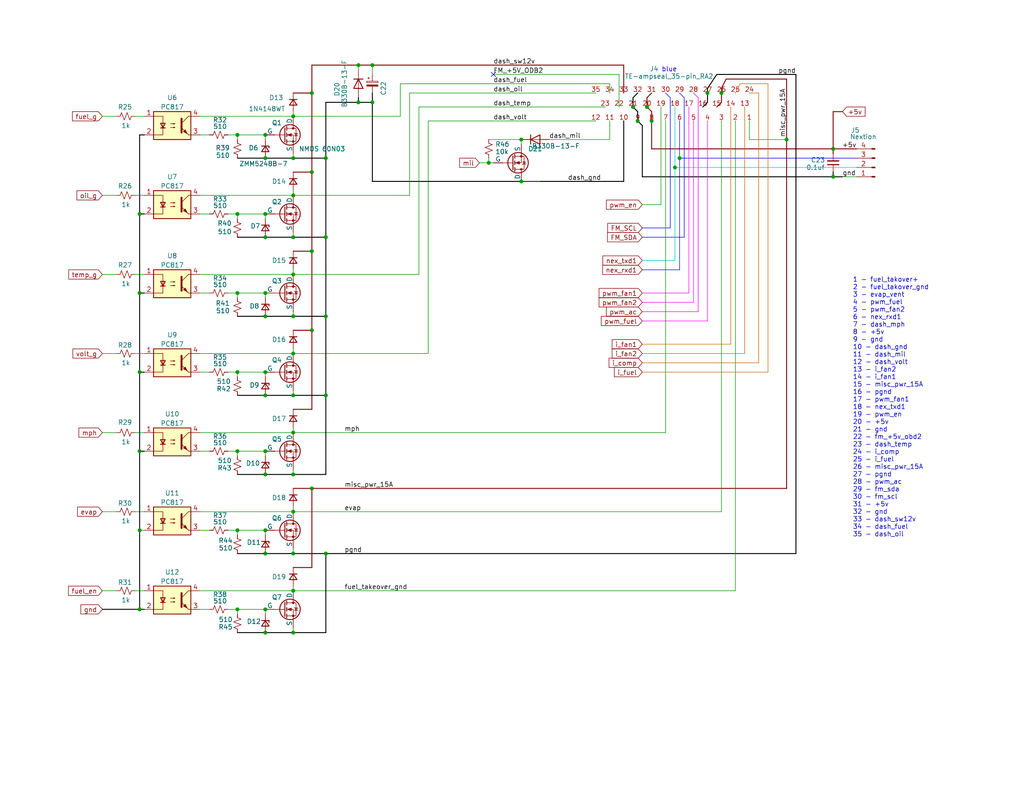
<source format=kicad_sch>
(kicad_sch (version 20231120) (generator "eeschema") (generator_version "8.0")
  (paper "USLetter")
  (title_block (title "DIY_Engine_Monitoring") (date "2024-12-14") (rev "0.6 PCB") (company "Harstine Works") (comment 1 "Adds instruments and HVAC controls to EROD-Tahoe") (comment 2 "Adapt for other use cases"))
  (lib_symbols
    (symbol "Connector:Conn_01x04_Pin" (pin_names (offset 1.016) hide)
      (property "Reference" "J" (at 0 5.08 0))
      (property "Value" "Conn_01x04_Pin" (at 0 -7.62 0))
      (symbol "Conn_01x04_Pin_1_1"
        (pin passive line (at 5.08 2.54 180) (length 3.81) (name "Pin_1") (number "1"))
        (pin passive line (at 5.08 0 180) (length 3.81) (name "Pin_2") (number "2"))
        (pin passive line (at 5.08 -2.54 180) (length 3.81) (name "Pin_3") (number "3"))
        (pin passive line (at 5.08 -5.08 180) (length 3.81) (name "Pin_4") (number "4"))
      )
    )
    (symbol "Device:C_Polarized_Small" (pin_numbers hide) (pin_names (offset 0.254) hide)
      (property "Reference" "C" (at 0.254 1.778 0))
      (property "Value" "C_Polarized_Small" (at 0.254 -2.032 0))
      (symbol "C_Polarized_Small_1_1"
        (pin passive line (at 0 2.54 270) (length 1.8542) (name "~") (number "1"))
        (pin passive line (at 0 -2.54 90) (length 1.8542) (name "~") (number "2"))
      )
    )
    (symbol "Device:C_Small" (pin_numbers hide) (pin_names (offset 0.254) hide)
      (property "Reference" "C" (at 0.254 1.778 0))
      (property "Value" "C_Small" (at 0.254 -2.032 0))
      (symbol "C_Small_1_1"
        (pin passive line (at 0 2.54 270) (length 2.032) (name "~") (number "1"))
        (pin passive line (at 0 -2.54 90) (length 2.032) (name "~") (number "2"))
      )
    )
    (symbol "Device:D" (pin_numbers hide) (pin_names (offset 1.016) hide)
      (property "Reference" "D" (at 0 2.54 0))
      (property "Value" "D" (at 0 -2.54 0))
      (symbol "D_1_1"
        (pin passive line (at -3.81 0 0) (length 2.54) (name "K") (number "1"))
        (pin passive line (at 3.81 0 180) (length 2.54) (name "A") (number "2"))
      )
    )
    (symbol "Device:D_Small" (pin_numbers hide) (pin_names (offset 0.254) hide)
      (property "Reference" "D" (at -1.27 2.032 0))
      (property "Value" "D_Small" (at -3.81 -2.032 0))
      (symbol "D_Small_1_1"
        (pin passive line (at -2.54 0 0) (length 1.778) (name "K") (number "1"))
        (pin passive line (at 2.54 0 180) (length 1.778) (name "A") (number "2"))
      )
    )
    (symbol "Device:D_Zener_Small" (pin_numbers hide) (pin_names (offset 0.254) hide)
      (property "Reference" "D" (at 0 2.286 0))
      (property "Value" "D_Zener_Small" (at 0 -2.286 0))
      (symbol "D_Zener_Small_1_1"
        (pin passive line (at -2.54 0 0) (length 1.778) (name "K") (number "1"))
        (pin passive line (at 2.54 0 180) (length 1.778) (name "A") (number "2"))
      )
    )
    (symbol "Device:R_Small_US" (pin_numbers hide) (pin_names (offset 0.254) hide)
      (property "Reference" "R" (at 0.762 0.508 0))
      (property "Value" "R_Small_US" (at 0.762 -1.016 0))
      (symbol "R_Small_US_1_1"
        (pin passive line (at 0 2.54 270) (length 1.016) (name "~") (number "1"))
        (pin passive line (at 0 -2.54 90) (length 1.016) (name "~") (number "2"))
      )
    )
    (symbol "Isolator:PC817" (pin_names (offset 1.016))
      (property "Reference" "U" (at -5.08 5.08 0))
      (property "Value" "PC817" (at 0 5.08 0))
      (symbol "PC817_1_1"
        (pin passive line (at -7.62 2.54 0) (length 2.54) (name "~") (number "1"))
        (pin passive line (at -7.62 -2.54 0) (length 2.54) (name "~") (number "2"))
        (pin passive line (at 7.62 -2.54 180) (length 2.54) (name "~") (number "3"))
        (pin passive line (at 7.62 2.54 180) (length 2.54) (name "~") (number "4"))
      )
    )
    (symbol "Simulation_SPICE:NMOS" (pin_numbers hide) (pin_names (offset 0))
      (property "Reference" "Q" (at 5.08 1.27 0))
      (property "Value" "NMOS" (at 5.08 -1.27 0))
      (symbol "NMOS_1_1"
        (pin passive line (at 2.54 5.08 270) (length 2.54) (name "D") (number "1"))
        (pin input line (at -5.08 0 0) (length 2.54) (name "G") (number "2"))
        (pin passive line (at 2.54 -5.08 90) (length 2.54) (name "S") (number "3"))
      )
    )
    (symbol "~2023:TE-ampseal_35-pin_RA"
      (property "Reference" "TE-ampseal_35-pin_RA" (at -0.254 5.588 0))
      (symbol "TE-ampseal_35-pin_RA_1_1"
        (pin passive line (at 0 0 0) (length 0) (name "") (number "1"))
        (pin passive line (at 34.29 0 0) (length 0) (name "") (number "10"))
        (pin passive line (at 38.1 0 0) (length 0) (name "") (number "11"))
        (pin passive line (at 41.91 0 0) (length 0) (name "") (number "12"))
        (pin passive line (at 1.27 -3.81 0) (length 0) (name "") (number "13"))
        (pin passive line (at 5.08 -3.81 0) (length 0) (name "") (number "14"))
        (pin passive line (at 8.89 -3.81 0) (length 0) (name "") (number "15"))
        (pin passive line (at 12.7 -3.81 0) (length 0) (name "") (number "16"))
        (pin passive line (at 16.51 -3.81 0) (length 0) (name "") (number "17"))
        (pin passive line (at 20.32 -3.81 0) (length 0) (name "") (number "18"))
        (pin passive line (at 24.13 -3.81 0) (length 0) (name "") (number "19"))
        (pin passive line (at 3.81 0 0) (length 0) (name "") (number "2"))
        (pin passive line (at 27.94 -3.81 0) (length 0) (name "") (number "20"))
        (pin passive line (at 31.75 -3.81 0) (length 0) (name "") (number "21"))
        (pin passive line (at 35.56 -3.81 0) (length 0) (name "") (number "22"))
        (pin passive line (at 39.37 -3.81 0) (length 0) (name "") (number "23"))
        (pin passive line (at 0 -7.62 0) (length 0) (name "") (number "24"))
        (pin passive line (at 3.81 -7.62 0) (length 0) (name "") (number "25"))
        (pin passive line (at 7.62 -7.62 0) (length 0) (name "") (number "26"))
        (pin passive line (at 11.43 -7.62 0) (length 0) (name "") (number "27"))
        (pin passive line (at 15.24 -7.62 0) (length 0) (name "") (number "28"))
        (pin passive line (at 19.05 -7.62 0) (length 0) (name "") (number "29"))
        (pin passive line (at 7.62 0 0) (length 0) (name "") (number "3"))
        (pin passive line (at 22.86 -7.62 0) (length 0) (name "") (number "30"))
        (pin passive line (at 26.67 -7.62 0) (length 0) (name "") (number "31"))
        (pin passive line (at 30.48 -7.62 0) (length 0) (name "") (number "32"))
        (pin passive line (at 34.29 -7.62 0) (length 0) (name "") (number "33"))
        (pin passive line (at 38.1 -7.62 0) (length 0) (name "") (number "34"))
        (pin passive line (at 41.91 -7.62 0) (length 0) (name "") (number "35"))
        (pin passive line (at 11.43 0 0) (length 0) (name "") (number "4"))
        (pin passive line (at 15.24 0 0) (length 0) (name "") (number "5"))
        (pin passive line (at 19.05 0 0) (length 0) (name "") (number "6"))
        (pin passive line (at 22.86 0 0) (length 0) (name "") (number "7"))
        (pin passive line (at 26.67 0 0) (length 0) (name "") (number "8"))
        (pin passive line (at 30.48 0 0) (length 0) (name "") (number "9"))
      )
    )
  )
  (junction (at 72.39 101.6))
  (junction (at 72.39 151.13))
  (junction (at 97.79 17.78))
  (junction (at 85.09 90.17))
  (junction (at 172.72 29.21))
  (junction (at 80.01 74.93))
  (junction (at 72.39 80.01))
  (junction (at 72.39 144.78))
  (junction (at 38.1 166.37))
  (junction (at 64.77 80.01))
  (junction (at 72.39 43.18))
  (junction (at 72.39 129.54))
  (junction (at 72.39 123.19))
  (junction (at 38.1 58.42))
  (junction (at 38.1 144.78))
  (junction (at 185.42 43.18))
  (junction (at 64.77 123.19))
  (junction (at 64.77 101.6))
  (junction (at 227.33 40.64))
  (junction (at 72.39 86.36))
  (junction (at 85.09 68.58))
  (junction (at 38.1 80.01))
  (junction (at 176.53 29.21))
  (junction (at 101.6 17.78))
  (junction (at 177.8 33.02))
  (junction (at 88.9 86.36))
  (junction (at 214.63 38.1))
  (junction (at 133.35 44.45))
  (junction (at 64.77 58.42))
  (junction (at 38.1 123.19))
  (junction (at 80.01 172.72))
  (junction (at 184.15 45.72))
  (junction (at 38.1 101.6))
  (junction (at 80.01 139.7))
  (junction (at 101.6 27.94))
  (junction (at 80.01 86.36))
  (junction (at 72.39 172.72))
  (junction (at 142.24 49.53))
  (junction (at 64.77 166.37))
  (junction (at 80.01 107.95))
  (junction (at 72.39 36.83))
  (junction (at 80.01 64.77))
  (junction (at 97.79 27.94))
  (junction (at 80.01 31.75))
  (junction (at 80.01 151.13))
  (junction (at 227.33 48.26))
  (junction (at 80.01 53.34))
  (junction (at 142.24 38.1))
  (junction (at 88.9 107.95))
  (junction (at 85.09 25.4))
  (junction (at 85.09 46.99))
  (junction (at 72.39 64.77))
  (junction (at 88.9 64.77))
  (junction (at 85.09 133.35))
  (junction (at 72.39 58.42))
  (junction (at 196.85 25.4))
  (junction (at 64.77 144.78))
  (junction (at 80.01 129.54))
  (junction (at 80.01 96.52))
  (junction (at 88.9 43.18))
  (junction (at 88.9 151.13))
  (junction (at 72.39 166.37))
  (junction (at 80.01 43.18))
  (junction (at 173.99 33.02))
  (junction (at 64.77 36.83))
  (junction (at 72.39 107.95))
  (junction (at 80.01 161.29))
  (junction (at 193.04 25.4))
  (junction (at 80.01 118.11))
  (no_connect (at 134.62 20.32))
  (wire (pts (xy 196.85 24.13) (xy 196.85 25.4)) (stroke (width 0.254) (color 132 0 0 1)))
  (wire (pts (xy 175.26 85.09) (xy 190.5 85.09)) (stroke (width 0) (color 255 0 255 1)))
  (wire (pts (xy 80.01 25.4) (xy 85.09 25.4)) (stroke (width 0.254) (color 132 0 0 1)))
  (wire (pts (xy 54.61 74.93) (xy 80.01 74.93)))
  (wire (pts (xy 64.77 172.72) (xy 72.39 172.72)) (stroke (width 0.254) (color 0 0 0 1)))
  (wire (pts (xy 88.9 151.13) (xy 88.9 172.72)) (stroke (width 0.254) (color 0 0 0 1)))
  (wire (pts (xy 175.26 64.77) (xy 186.69 64.77)) (stroke (width 0) (color 0 0 255 1)))
  (wire (pts (xy 80.01 86.36) (xy 80.01 85.09)))
  (wire (pts (xy 217.17 20.32) (xy 217.17 151.13)) (stroke (width 0.254) (color 0 0 0 1)))
  (wire (pts (xy 80.01 68.58) (xy 85.09 68.58)) (stroke (width 0.254) (color 132 0 0 1)))
  (wire (pts (xy 185.42 43.18) (xy 185.42 73.66)) (stroke (width 0) (color 0 0 255 1)))
  (wire (pts (xy 62.23 123.19) (xy 64.77 123.19)))
  (wire (pts (xy 64.77 166.37) (xy 72.39 166.37)))
  (wire (pts (xy 116.84 33.02) (xy 116.84 96.52)))
  (wire (pts (xy 170.18 33.02) (xy 170.18 49.53)) (stroke (width 0.254) (color 0 0 0 1)))
  (wire (pts (xy 64.77 129.54) (xy 72.39 129.54)) (stroke (width 0.254) (color 0 0 0 1)))
  (wire (pts (xy 62.23 58.42) (xy 64.77 58.42)))
  (wire (pts (xy 190.5 26.67) (xy 189.23 25.4)) (stroke (width 0) (color 255 0 255 1)))
  (wire (pts (xy 88.9 27.94) (xy 97.79 27.94)) (stroke (width 0.254) (color 0 0 0 1)))
  (wire (pts (xy 196.85 25.4) (xy 196.85 27.94)) (stroke (width 0.254) (color 132 0 0 1)))
  (wire (pts (xy 80.01 138.43) (xy 80.01 139.7)))
  (wire (pts (xy 227.33 30.48) (xy 227.33 40.64)) (stroke (width 0.254) (color 132 0 0 1)))
  (wire (pts (xy 193.04 27.94) (xy 191.77 29.21)) (stroke (width 0.254) (color 0 0 0 1)))
  (wire (pts (xy 203.2 29.21) (xy 203.2 96.52)) (stroke (width 0) (color 204 102 0 1)))
  (wire (pts (xy 116.84 33.02) (xy 162.56 33.02)))
  (wire (pts (xy 101.6 20.32) (xy 101.6 17.78)))
  (wire (pts (xy 195.58 20.32) (xy 217.17 20.32)) (stroke (width 0.254) (color 0 0 0 1)))
  (wire (pts (xy 214.63 38.1) (xy 214.63 133.35)) (stroke (width 0.254) (color 132 0 0 1)))
  (wire (pts (xy 88.9 27.94) (xy 88.9 43.18)) (stroke (width 0.254) (color 0 0 0 1)))
  (wire (pts (xy 27.94 96.52) (xy 31.75 96.52)))
  (wire (pts (xy 175.26 80.01) (xy 187.96 80.01)) (stroke (width 0) (color 255 0 255 1)))
  (wire (pts (xy 80.01 107.95) (xy 88.9 107.95)) (stroke (width 0.254) (color 0 0 0 1)))
  (wire (pts (xy 193.04 25.4) (xy 193.04 27.94)) (stroke (width 0.254) (color 0 0 0 1)))
  (wire (pts (xy 175.26 62.23) (xy 182.88 62.23)) (stroke (width 0) (color 0 0 255 1)))
  (wire (pts (xy 149.86 38.1) (xy 166.37 38.1)))
  (wire (pts (xy 204.47 33.02) (xy 204.47 38.1)))
  (wire (pts (xy 180.34 55.88) (xy 180.34 29.21)))
  (wire (pts (xy 97.79 26.67) (xy 97.79 27.94)) (stroke (width 0.254) (color 0 0 0 1)))
  (wire (pts (xy 214.63 21.59) (xy 214.63 38.1)) (stroke (width 0.254) (color 132 0 0 1)))
  (wire (pts (xy 142.24 49.53) (xy 170.18 49.53)) (stroke (width 0.254) (color 0 0 0 1)))
  (wire (pts (xy 36.83 161.29) (xy 39.37 161.29)))
  (wire (pts (xy 111.76 25.4) (xy 111.76 53.34)))
  (wire (pts (xy 27.94 53.34) (xy 31.75 53.34)))
  (wire (pts (xy 130.81 44.45) (xy 133.35 44.45)))
  (wire (pts (xy 80.01 139.7) (xy 196.85 139.7)))
  (wire (pts (xy 64.77 101.6) (xy 72.39 101.6)))
  (wire (pts (xy 72.39 166.37) (xy 72.39 167.64)))
  (wire (pts (xy 54.61 80.01) (xy 57.15 80.01)))
  (wire (pts (xy 38.1 58.42) (xy 39.37 58.42)) (stroke (width 0.254) (color 0 0 0 1)))
  (wire (pts (xy 64.77 144.78) (xy 64.77 146.05)))
  (wire (pts (xy 175.26 55.88) (xy 180.34 55.88)))
  (wire (pts (xy 109.22 22.86) (xy 109.22 31.75)))
  (wire (pts (xy 177.8 40.64) (xy 227.33 40.64)) (stroke (width 0.254) (color 132 0 0 1)))
  (wire (pts (xy 80.01 95.25) (xy 80.01 96.52)))
  (wire (pts (xy 54.61 96.52) (xy 80.01 96.52)))
  (wire (pts (xy 198.12 21.59) (xy 196.85 24.13)) (stroke (width 0.254) (color 132 0 0 1)))
  (wire (pts (xy 186.69 26.67) (xy 185.42 25.4)) (stroke (width 0) (color 0 0 255 1)))
  (wire (pts (xy 64.77 43.18) (xy 72.39 43.18)) (stroke (width 0.254) (color 0 0 0 1)))
  (wire (pts (xy 177.8 33.02) (xy 177.8 40.64)) (stroke (width 0.254) (color 132 0 0 1)))
  (wire (pts (xy 54.61 161.29) (xy 80.01 161.29)))
  (wire (pts (xy 85.09 133.35) (xy 214.63 133.35)) (stroke (width 0.254) (color 132 0 0 1)))
  (wire (pts (xy 62.23 144.78) (xy 64.77 144.78)))
  (wire (pts (xy 181.61 33.02) (xy 181.61 118.11)))
  (wire (pts (xy 27.94 74.93) (xy 31.75 74.93)))
  (wire (pts (xy 36.83 53.34) (xy 39.37 53.34)))
  (wire (pts (xy 36.83 139.7) (xy 39.37 139.7)))
  (wire (pts (xy 114.3 29.21) (xy 114.3 74.93)))
  (wire (pts (xy 175.26 71.12) (xy 184.15 71.12)) (stroke (width 0) (color 0 194 194 1)))
  (wire (pts (xy 72.39 101.6) (xy 72.39 102.87)))
  (wire (pts (xy 196.85 25.4) (xy 196.85 24.13)))
  (wire (pts (xy 97.79 27.94) (xy 101.6 27.94)) (stroke (width 0.254) (color 0 0 0 1)))
  (wire (pts (xy 80.01 90.17) (xy 85.09 90.17)) (stroke (width 0.254) (color 132 0 0 1)))
  (wire (pts (xy 27.94 31.75) (xy 31.75 31.75)))
  (wire (pts (xy 175.26 87.63) (xy 193.04 87.63)) (stroke (width 0) (color 255 0 255 1)))
  (wire (pts (xy 80.01 118.11) (xy 181.61 118.11)))
  (wire (pts (xy 27.94 166.37) (xy 38.1 166.37)) (stroke (width 0.254) (color 0 0 0 1)))
  (wire (pts (xy 85.09 25.4) (xy 85.09 46.99)) (stroke (width 0.254) (color 132 0 0 1)))
  (wire (pts (xy 176.53 29.21) (xy 176.53 26.67)) (stroke (width 0.254) (color 132 0 0 1)))
  (wire (pts (xy 54.61 53.34) (xy 80.01 53.34)))
  (wire (pts (xy 36.83 118.11) (xy 39.37 118.11)))
  (wire (pts (xy 173.99 33.02) (xy 173.99 30.48)) (stroke (width 0.254) (color 0 0 0 1)))
  (wire (pts (xy 175.26 34.29) (xy 173.99 33.02)) (stroke (width 0.254) (color 0 0 0 1)))
  (wire (pts (xy 114.3 29.21) (xy 165.1 29.21)))
  (wire (pts (xy 64.77 123.19) (xy 72.39 123.19)))
  (wire (pts (xy 72.39 80.01) (xy 72.39 81.28)))
  (wire (pts (xy 184.15 71.12) (xy 184.15 45.72)) (stroke (width 0) (color 0 194 194 1)))
  (wire (pts (xy 80.01 161.29) (xy 200.66 161.29)))
  (wire (pts (xy 64.77 80.01) (xy 72.39 80.01)))
  (wire (pts (xy 80.01 64.77) (xy 88.9 64.77)) (stroke (width 0.254) (color 0 0 0 1)))
  (wire (pts (xy 38.1 101.6) (xy 39.37 101.6)) (stroke (width 0.254) (color 0 0 0 1)))
  (wire (pts (xy 182.88 26.67) (xy 181.61 25.4)) (stroke (width 0) (color 0 0 255 1)))
  (wire (pts (xy 204.47 25.4) (xy 207.01 25.4)) (stroke (width 0) (color 204 102 0 1)))
  (wire (pts (xy 190.5 26.67) (xy 190.5 85.09)) (stroke (width 0) (color 255 0 255 1)))
  (wire (pts (xy 64.77 58.42) (xy 64.77 59.69)))
  (wire (pts (xy 80.01 96.52) (xy 116.84 96.52)))
  (wire (pts (xy 134.62 20.32) (xy 168.91 20.32)))
  (wire (pts (xy 133.35 44.45) (xy 133.35 43.18)))
  (wire (pts (xy 182.88 62.23) (xy 182.88 26.67)) (stroke (width 0) (color 0 0 255 1)))
  (wire (pts (xy 133.35 44.45) (xy 134.62 44.45)))
  (wire (pts (xy 97.79 19.05) (xy 97.79 17.78)))
  (wire (pts (xy 64.77 58.42) (xy 72.39 58.42)))
  (wire (pts (xy 36.83 74.93) (xy 39.37 74.93)))
  (wire (pts (xy 54.61 118.11) (xy 80.01 118.11)))
  (wire (pts (xy 170.18 25.4) (xy 170.18 17.78)) (stroke (width 0.254) (color 132 0 0 1)))
  (wire (pts (xy 64.77 151.13) (xy 72.39 151.13)) (stroke (width 0.254) (color 0 0 0 1)))
  (wire (pts (xy 175.26 96.52) (xy 203.2 96.52)) (stroke (width 0) (color 204 102 0 1)))
  (wire (pts (xy 38.1 80.01) (xy 39.37 80.01)) (stroke (width 0.254) (color 0 0 0 1)))
  (wire (pts (xy 201.93 22.86) (xy 200.66 25.4)) (stroke (width 0) (color 204 102 0 1)))
  (wire (pts (xy 62.23 80.01) (xy 64.77 80.01)))
  (wire (pts (xy 85.09 17.78) (xy 85.09 25.4)) (stroke (width 0.254) (color 132 0 0 1)))
  (wire (pts (xy 80.01 172.72) (xy 80.01 171.45)))
  (wire (pts (xy 227.33 46.99) (xy 227.33 48.26)) (stroke (width 0.254) (color 0 0 0 1)))
  (wire (pts (xy 54.61 144.78) (xy 57.15 144.78)))
  (wire (pts (xy 38.1 36.83) (xy 38.1 58.42)) (stroke (width 0.254) (color 0 0 0 1)))
  (wire (pts (xy 54.61 31.75) (xy 80.01 31.75)))
  (wire (pts (xy 204.47 38.1) (xy 214.63 38.1)))
  (wire (pts (xy 80.01 160.02) (xy 80.01 161.29)))
  (wire (pts (xy 101.6 49.53) (xy 142.24 49.53)) (stroke (width 0.254) (color 0 0 0 1)))
  (wire (pts (xy 185.42 43.18) (xy 185.42 33.02)) (stroke (width 0) (color 0 0 255 1)))
  (wire (pts (xy 80.01 151.13) (xy 88.9 151.13)) (stroke (width 0.254) (color 0 0 0 1)))
  (wire (pts (xy 36.83 96.52) (xy 39.37 96.52)))
  (wire (pts (xy 85.09 17.78) (xy 97.79 17.78)) (stroke (width 0.254) (color 132 0 0 1)))
  (wire (pts (xy 101.6 25.4) (xy 101.6 27.94)) (stroke (width 0.254) (color 0 0 0 1)))
  (wire (pts (xy 175.26 48.26) (xy 227.33 48.26)) (stroke (width 0.254) (color 0 0 0 1)))
  (wire (pts (xy 166.37 25.4) (xy 166.37 22.86)))
  (wire (pts (xy 80.01 111.76) (xy 85.09 111.76)) (stroke (width 0.254) (color 132 0 0 1)))
  (wire (pts (xy 54.61 101.6) (xy 57.15 101.6)))
  (wire (pts (xy 80.01 30.48) (xy 80.01 31.75)))
  (wire (pts (xy 85.09 68.58) (xy 85.09 90.17)) (stroke (width 0.254) (color 132 0 0 1)))
  (wire (pts (xy 62.23 101.6) (xy 64.77 101.6)))
  (wire (pts (xy 72.39 36.83) (xy 72.39 38.1)))
  (wire (pts (xy 80.01 31.75) (xy 109.22 31.75)))
  (wire (pts (xy 80.01 172.72) (xy 88.9 172.72)) (stroke (width 0.254) (color 0 0 0 1)))
  (wire (pts (xy 38.1 36.83) (xy 39.37 36.83)) (stroke (width 0.254) (color 0 0 0 1)))
  (wire (pts (xy 207.01 25.4) (xy 207.01 99.06)) (stroke (width 0) (color 204 102 0 1)))
  (wire (pts (xy 85.09 133.35) (xy 85.09 154.94)) (stroke (width 0.254) (color 132 0 0 1)))
  (wire (pts (xy 54.61 58.42) (xy 57.15 58.42)))
  (wire (pts (xy 64.77 36.83) (xy 72.39 36.83)))
  (wire (pts (xy 27.94 161.29) (xy 31.75 161.29)))
  (wire (pts (xy 227.33 40.64) (xy 233.68 40.64)) (stroke (width 0.254) (color 132 0 0 1)))
  (wire (pts (xy 27.94 118.11) (xy 31.75 118.11)))
  (wire (pts (xy 175.26 93.98) (xy 199.39 93.98)) (stroke (width 0) (color 204 102 0 1)))
  (wire (pts (xy 38.1 58.42) (xy 38.1 80.01)) (stroke (width 0.254) (color 0 0 0 1)))
  (wire (pts (xy 142.24 49.53) (xy 147.32 49.53)))
  (wire (pts (xy 193.04 33.02) (xy 193.04 87.63)) (stroke (width 0) (color 255 0 255 1)))
  (wire (pts (xy 195.58 20.32) (xy 193.04 24.13)) (stroke (width 0.254) (color 0 0 0 1)))
  (wire (pts (xy 227.33 40.64) (xy 227.33 41.91)) (stroke (width 0.254) (color 132 0 0 1)))
  (wire (pts (xy 175.26 99.06) (xy 207.01 99.06)) (stroke (width 0) (color 204 102 0 1)))
  (wire (pts (xy 38.1 166.37) (xy 39.37 166.37)) (stroke (width 0.254) (color 0 0 0 1)))
  (wire (pts (xy 196.85 27.94) (xy 195.58 29.21)) (stroke (width 0.254) (color 132 0 0 1)))
  (wire (pts (xy 80.01 74.93) (xy 114.3 74.93)))
  (wire (pts (xy 54.61 123.19) (xy 57.15 123.19)))
  (wire (pts (xy 38.1 101.6) (xy 38.1 123.19)) (stroke (width 0.254) (color 0 0 0 1)))
  (wire (pts (xy 38.1 123.19) (xy 39.37 123.19)) (stroke (width 0.254) (color 0 0 0 1)))
  (wire (pts (xy 88.9 43.18) (xy 88.9 64.77)) (stroke (width 0.254) (color 0 0 0 1)))
  (wire (pts (xy 64.77 166.37) (xy 64.77 167.64)))
  (wire (pts (xy 184.15 45.72) (xy 184.15 29.21)) (stroke (width 0) (color 0 194 194 1)))
  (wire (pts (xy 88.9 151.13) (xy 217.17 151.13)) (stroke (width 0.254) (color 0 0 0 1)))
  (wire (pts (xy 38.1 144.78) (xy 39.37 144.78)))
  (wire (pts (xy 177.8 30.48) (xy 177.8 33.02)) (stroke (width 0.254) (color 132 0 0 1)))
  (wire (pts (xy 209.55 22.86) (xy 209.55 101.6)) (stroke (width 0) (color 204 102 0 1)))
  (wire (pts (xy 27.94 139.7) (xy 31.75 139.7)))
  (wire (pts (xy 184.15 45.72) (xy 233.68 45.72)) (stroke (width 0) (color 0 194 194 1)))
  (wire (pts (xy 172.72 26.67) (xy 173.99 25.4)) (stroke (width 0.254) (color 0 0 0 1)))
  (wire (pts (xy 193.04 24.13) (xy 193.04 25.4)) (stroke (width 0.254) (color 0 0 0 1)))
  (wire (pts (xy 62.23 36.83) (xy 64.77 36.83)))
  (wire (pts (xy 175.26 82.55) (xy 189.23 82.55)) (stroke (width 0) (color 255 0 255 1)))
  (wire (pts (xy 199.39 29.21) (xy 199.39 93.98)) (stroke (width 0) (color 204 102 0 1)))
  (wire (pts (xy 72.39 144.78) (xy 72.39 146.05)))
  (wire (pts (xy 176.53 26.67) (xy 177.8 25.4)) (stroke (width 0.254) (color 132 0 0 1)))
  (wire (pts (xy 36.83 31.75) (xy 39.37 31.75)))
  (wire (pts (xy 64.77 101.6) (xy 64.77 102.87)))
  (wire (pts (xy 111.76 25.4) (xy 162.56 25.4)))
  (wire (pts (xy 175.26 101.6) (xy 209.55 101.6)) (stroke (width 0) (color 204 102 0 1)))
  (wire (pts (xy 173.99 30.48) (xy 172.72 29.21)) (stroke (width 0.254) (color 0 0 0 1)))
  (wire (pts (xy 166.37 33.02) (xy 166.37 38.1)))
  (wire (pts (xy 172.72 29.21) (xy 172.72 26.67)) (stroke (width 0.254) (color 0 0 0 1)))
  (wire (pts (xy 201.93 22.86) (xy 209.55 22.86)) (stroke (width 0) (color 204 102 0 1)))
  (wire (pts (xy 109.22 22.86) (xy 166.37 22.86)))
  (wire (pts (xy 175.26 73.66) (xy 185.42 73.66)) (stroke (width 0) (color 0 0 255 1)))
  (wire (pts (xy 80.01 64.77) (xy 80.01 63.5)))
  (wire (pts (xy 54.61 36.83) (xy 57.15 36.83)))
  (wire (pts (xy 80.01 133.35) (xy 85.09 133.35)) (stroke (width 0.254) (color 132 0 0 1)))
  (wire (pts (xy 72.39 64.77) (xy 80.01 64.77)) (stroke (width 0.254) (color 0 0 0 1)))
  (wire (pts (xy 64.77 36.83) (xy 64.77 38.1)))
  (wire (pts (xy 185.42 43.18) (xy 233.68 43.18)) (stroke (width 0) (color 0 0 255 1)))
  (wire (pts (xy 72.39 58.42) (xy 72.39 59.69)))
  (wire (pts (xy 72.39 43.18) (xy 80.01 43.18)) (stroke (width 0.254) (color 0 0 0 1)))
  (wire (pts (xy 80.01 129.54) (xy 88.9 129.54)) (stroke (width 0.254) (color 0 0 0 1)))
  (wire (pts (xy 177.8 30.48) (xy 176.53 29.21)) (stroke (width 0.254) (color 132 0 0 1)))
  (wire (pts (xy 229.87 48.26) (xy 227.33 48.26)) (stroke (width 0.254) (color 0 0 0 1)))
  (wire (pts (xy 38.1 80.01) (xy 38.1 101.6)) (stroke (width 0.254) (color 0 0 0 1)))
  (wire (pts (xy 189.23 33.02) (xy 189.23 82.55)) (stroke (width 0) (color 255 0 255 1)))
  (wire (pts (xy 186.69 64.77) (xy 186.69 26.67)) (stroke (width 0) (color 0 0 255 1)))
  (wire (pts (xy 72.39 172.72) (xy 80.01 172.72)) (stroke (width 0.254) (color 0 0 0 1)))
  (wire (pts (xy 101.6 17.78) (xy 97.79 17.78)) (stroke (width 0.254) (color 132 0 0 1)))
  (wire (pts (xy 168.91 29.21) (xy 168.91 20.32)))
  (wire (pts (xy 64.77 107.95) (xy 72.39 107.95)) (stroke (width 0.254) (color 0 0 0 1)))
  (wire (pts (xy 80.01 43.18) (xy 88.9 43.18)) (stroke (width 0.254) (color 0 0 0 1)))
  (wire (pts (xy 200.66 33.02) (xy 200.66 161.29)))
  (wire (pts (xy 64.77 86.36) (xy 72.39 86.36)) (stroke (width 0.254) (color 0 0 0 1)))
  (wire (pts (xy 80.01 53.34) (xy 111.76 53.34)))
  (wire (pts (xy 64.77 144.78) (xy 72.39 144.78)))
  (wire (pts (xy 80.01 52.07) (xy 80.01 53.34)))
  (wire (pts (xy 80.01 107.95) (xy 80.01 106.68)))
  (wire (pts (xy 72.39 151.13) (xy 80.01 151.13)) (stroke (width 0.254) (color 0 0 0 1)))
  (wire (pts (xy 72.39 86.36) (xy 80.01 86.36)) (stroke (width 0.254) (color 0 0 0 1)))
  (wire (pts (xy 101.6 27.94) (xy 101.6 49.53)) (stroke (width 0.254) (color 0 0 0 1)))
  (wire (pts (xy 229.87 30.48) (xy 227.33 30.48)) (stroke (width 0.254) (color 132 0 0 1)))
  (wire (pts (xy 54.61 166.37) (xy 57.15 166.37)))
  (wire (pts (xy 85.09 46.99) (xy 85.09 68.58)) (stroke (width 0.254) (color 132 0 0 1)))
  (wire (pts (xy 175.26 34.29) (xy 175.26 48.26)) (stroke (width 0.254) (color 0 0 0 1)))
  (wire (pts (xy 142.24 38.1) (xy 142.24 39.37)))
  (wire (pts (xy 101.6 17.78) (xy 170.18 17.78)) (stroke (width 0.254) (color 132 0 0 1)))
  (wire (pts (xy 196.85 33.02) (xy 196.85 139.7)))
  (wire (pts (xy 38.1 123.19) (xy 38.1 144.78)) (stroke (width 0.254) (color 0 0 0 1)))
  (wire (pts (xy 80.01 43.18) (xy 80.01 41.91)))
  (wire (pts (xy 133.35 38.1) (xy 142.24 38.1)))
  (wire (pts (xy 229.87 48.26) (xy 233.68 48.26)))
  (wire (pts (xy 72.39 107.95) (xy 80.01 107.95)) (stroke (width 0.254) (color 0 0 0 1)))
  (wire (pts (xy 198.12 21.59) (xy 214.63 21.59)) (stroke (width 0.254) (color 132 0 0 1)))
  (wire (pts (xy 80.01 129.54) (xy 80.01 128.27)))
  (wire (pts (xy 80.01 151.13) (xy 80.01 149.86)))
  (wire (pts (xy 193.04 25.4) (xy 193.04 24.13)))
  (wire (pts (xy 88.9 107.95) (xy 88.9 129.54)) (stroke (width 0.254) (color 0 0 0 1)))
  (wire (pts (xy 54.61 139.7) (xy 80.01 139.7)))
  (wire (pts (xy 72.39 123.19) (xy 72.39 124.46)))
  (wire (pts (xy 80.01 46.99) (xy 85.09 46.99)) (stroke (width 0.254) (color 132 0 0 1)))
  (wire (pts (xy 80.01 116.84) (xy 80.01 118.11)))
  (wire (pts (xy 64.77 123.19) (xy 64.77 124.46)))
  (wire (pts (xy 72.39 129.54) (xy 80.01 129.54)) (stroke (width 0.254) (color 0 0 0 1)))
  (wire (pts (xy 64.77 80.01) (xy 64.77 81.28)))
  (wire (pts (xy 187.96 29.21) (xy 187.96 80.01)) (stroke (width 0) (color 255 0 255 1)))
  (wire (pts (xy 80.01 86.36) (xy 88.9 86.36)) (stroke (width 0.254) (color 0 0 0 1)))
  (wire (pts (xy 80.01 154.94) (xy 85.09 154.94)) (stroke (width 0.254) (color 132 0 0 1)))
  (wire (pts (xy 62.23 166.37) (xy 64.77 166.37)))
  (wire (pts (xy 64.77 64.77) (xy 72.39 64.77)) (stroke (width 0.254) (color 0 0 0 1)))
  (wire (pts (xy 88.9 64.77) (xy 88.9 86.36)) (stroke (width 0.254) (color 0 0 0 1)))
  (wire (pts (xy 38.1 144.78) (xy 38.1 166.37)) (stroke (width 0.254) (color 0 0 0 1)))
  (wire (pts (xy 88.9 86.36) (xy 88.9 107.95)) (stroke (width 0.254) (color 0 0 0 1)))
  (wire (pts (xy 80.01 73.66) (xy 80.01 74.93)))
  (wire (pts (xy 85.09 90.17) (xy 85.09 111.76)) (stroke (width 0.254) (color 132 0 0 1)))
  (text "1 - fuel_takover+\n2 - fuel_takover_gnd\n3 - evap_vent\n4 - pwm_fuel\n5 - pwm_fan2\n6 - nex_rxd1\n7 - dash_mph\n8 - +5v\n9 - gnd\n10 - dash_gnd\n11 - dash_mil\n12 - dash_volt\n13 - i_fan2\n14 - i_fan1\n15 - misc_pwr_15A\n16 - pgnd\n17 - pwm_fan1\n18 - nex_txd1\n19 - pwm_en\n20 - +5v\n21 - gnd\n22 - fm_+5v_obd2\n23 - dash_temp\n24 - i_comp\n25 - i_fuel\n26 - misc_pwr_15A\n27 - pgnd\n28 - pwm_ac\n29 - fm_sda\n30 - fm_scl\n31 - +5v\n32 - gnd\n33 - dash_sw12v\n34 - dash_fuel\n35 - dash_oil" (at 232.664 111.252 0) (effects (font (size 1.27 1.27)) (justify left)))
  (text "blue" (at 182.626 19.05 0) (effects (font (size 1.27 1.27))))
  (label "dash_temp" (at 134.62 29.21 0))
  (label "FM_+5V_ODB2" (at 134.62 20.32 0))
  (label "+5v" (at 233.68 40.64 180))
  (label "dash_volt" (at 134.62 33.02 0))
  (label "dash_mil" (at 149.86 38.1 0))
  (label "dash_gnd" (at 154.94 49.53 0))
  (label "misc_pwr_15A" (at 93.98 133.35 0))
  (label "mph" (at 93.98 118.11 0))
  (label "dash_oil" (at 134.62 25.4 0))
  (label "dash_fuel" (at 134.62 22.86 0))
  (label "evap" (at 93.98 139.7 0))
  (label "fuel_takeover_gnd" (at 93.98 161.29 0))
  (label "misc_pwr_15A" (at 214.63 24.13 270))
  (label "pgnd" (at 217.17 20.32 180))
  (label "pgnd" (at 93.98 151.13 0))
  (label "gnd" (at 229.87 48.26 0))
  (label "dash_sw12v" (at 134.62 17.78 0))
  (global_label "volt_g" (shape input) (at 27.94 96.52 180) (property "Intersheetrefs" "${INTERSHEET_REFS}" (effects (hide yes))))
  (global_label "nex_txd1" (shape input) (at 175.26 71.12 180) (property "Intersheetrefs" "${INTERSHEET_REFS}" (effects (hide yes))))
  (global_label "fuel_en" (shape input) (at 27.94 161.29 180) (property "Intersheetrefs" "${INTERSHEET_REFS}" (effects (hide yes))))
  (global_label "mph" (shape input) (at 27.94 118.11 180) (property "Intersheetrefs" "${INTERSHEET_REFS}" (effects (hide yes))))
  (global_label "oil_g" (shape input) (at 27.94 53.34 180) (property "Intersheetrefs" "${INTERSHEET_REFS}" (effects (hide yes))))
  (global_label "gnd" (shape input) (at 27.94 166.37 180) (property "Intersheetrefs" "${INTERSHEET_REFS}" (effects (hide yes))))
  (global_label "FM_SCL" (shape input) (at 175.26 62.23 180) (property "Intersheetrefs" "${INTERSHEET_REFS}" (effects (hide yes))))
  (global_label "pwm_fan1" (shape input) (at 175.26 80.01 180) (property "Intersheetrefs" "${INTERSHEET_REFS}" (effects (hide yes))))
  (global_label "temp_g" (shape input) (at 27.94 74.93 180) (property "Intersheetrefs" "${INTERSHEET_REFS}" (effects (hide yes))))
  (global_label "fuel_g" (shape input) (at 27.94 31.75 180) (property "Intersheetrefs" "${INTERSHEET_REFS}" (effects (hide yes))))
  (global_label "nex_rxd1" (shape input) (at 175.26 73.66 180) (property "Intersheetrefs" "${INTERSHEET_REFS}" (effects (hide yes))))
  (global_label "pwm_en" (shape input) (at 175.26 55.88 180) (property "Intersheetrefs" "${INTERSHEET_REFS}" (effects (hide yes))))
  (global_label "pwm_ac" (shape input) (at 175.26 85.09 180) (property "Intersheetrefs" "${INTERSHEET_REFS}" (effects (hide yes))))
  (global_label "+5v" (shape input) (at 229.87 30.48 0) (property "Intersheetrefs" "${INTERSHEET_REFS}" (effects (hide yes))))
  (global_label "pwm_fan2" (shape input) (at 175.26 82.55 180) (property "Intersheetrefs" "${INTERSHEET_REFS}" (effects (hide yes))))
  (global_label "FM_SDA" (shape input) (at 175.26 64.77 180) (property "Intersheetrefs" "${INTERSHEET_REFS}" (effects (hide yes))))
  (global_label "mil" (shape input) (at 130.81 44.45 180) (property "Intersheetrefs" "${INTERSHEET_REFS}" (effects (hide yes))))
  (global_label "i_fan1" (shape input) (at 175.26 93.98 180) (property "Intersheetrefs" "${INTERSHEET_REFS}" (effects (hide yes))))
  (global_label "pwm_fuel" (shape input) (at 175.26 87.63 180) (property "Intersheetrefs" "${INTERSHEET_REFS}" (effects (hide yes))))
  (global_label "i_fuel" (shape input) (at 175.26 101.6 180) (property "Intersheetrefs" "${INTERSHEET_REFS}" (effects (hide yes))))
  (global_label "i_comp" (shape input) (at 175.26 99.06 180) (property "Intersheetrefs" "${INTERSHEET_REFS}" (effects (hide yes))))
  (global_label "evap" (shape input) (at 27.94 139.7 180) (property "Intersheetrefs" "${INTERSHEET_REFS}" (effects (hide yes))))
  (global_label "i_fan2" (shape input) (at 175.26 96.52 180) (property "Intersheetrefs" "${INTERSHEET_REFS}" (effects (hide yes))))
  (symbol (lib_id "Simulation_SPICE:NMOS") (at 77.47 123.19 0) (unit 1)
    (property "Reference" "Q5" (at 74.168 119.888 0) (effects (justify left)))
    (property "Value" "NMOS 60N03" (effects (hide yes)))
    (property "Footprint" "Package_TO_SOT_SMD:TO-252-3_TabPin2" (effects (hide yes)))
    (property "Datasheet" "https://www.mouser.com/datasheet/2/196/Infineon_IPD060N03L_G_DataSheet_v02_02_EN-3362463.pdf" (effects (hide yes)))
    (property "Description" "N-MOSFET transistor, drain/source/gate" (effects (hide yes)))
    (property "Sim.Device" "NMOS" (effects (hide yes)))
    (property "Sim.Type" "VDMOS" (effects (hide yes)))
    (property "Sim.Pins" "1=D 2=G 3=S" (effects (hide yes)))
  )
  (symbol (lib_id "Connector:Conn_01x04_Pin") (at 238.76 45.72 180) (unit 1)
    (property "Reference" "J5" (at 232.156 35.56 0) (effects (justify right)))
    (property "Value" "Nextion" (at 231.902 37.338 0) (effects (justify right)))
    (property "Footprint" "Connector_JST:JST_EH_B4B-EH-A_1x04_P2.50mm_Vertical" (effects (hide yes)))
    (property "Description" "Generic connector, single row, 01x04, script generated" (effects (hide yes)))
  )
  (symbol (lib_id "Isolator:PC817") (at 46.99 163.83 0) (unit 1)
    (property "Reference" "U12" (at 46.99 156.21 0))
    (property "Value" "PC817" (at 46.99 158.75 0))
    (property "Footprint" "Package_DIP:DIP-4_W7.62mm" (effects (hide yes)))
    (property "Datasheet" "http://www.soselectronic.cz/a_info/resource/d/pc817.pdf" (effects (hide yes)))
    (property "Description" "DC Optocoupler, Vce 35V, CTR 50-300%, DIP-4" (effects (hide yes)))
  )
  (symbol (lib_id "Simulation_SPICE:NMOS") (at 77.47 144.78 0) (unit 1)
    (property "Reference" "Q6" (at 74.168 141.478 0) (effects (justify left)))
    (property "Value" "NMOS 60N03" (effects (hide yes)))
    (property "Footprint" "Package_TO_SOT_SMD:TO-252-3_TabPin2" (effects (hide yes)))
    (property "Datasheet" "https://www.mouser.com/datasheet/2/196/Infineon_IPD060N03L_G_DataSheet_v02_02_EN-3362463.pdf" (effects (hide yes)))
    (property "Description" "N-MOSFET transistor, drain/source/gate" (effects (hide yes)))
    (property "Sim.Device" "NMOS" (effects (hide yes)))
    (property "Sim.Type" "VDMOS" (effects (hide yes)))
    (property "Sim.Pins" "1=D 2=G 3=S" (effects (hide yes)))
  )
  (symbol (lib_id "Device:D") (at 97.79 22.86 270) (unit 1)
    (property "Reference" "D20" (at 91.948 24.384 0))
    (property "Value" "B330B-13-F" (at 93.98 22.86 0))
    (property "Footprint" "Diode_SMD:D_SMB" (effects (hide yes)))
    (property "Datasheet" "https://www.arrow.com/en/products/b330b-13-f/diodes-incorporated" (effects (hide yes)))
    (property "Description" "Diode" (effects (hide yes)))
    (property "Sim.Device" "D" (effects (hide yes)))
    (property "Sim.Pins" "1=K 2=A" (effects (hide yes)))
  )
  (symbol (lib_id "Device:D_Zener_Small") (at 72.39 148.59 270) (unit 1)
    (property "Reference" "D11" (at 67.31 148.082 90) (effects (justify left)))
    (property "Value" "ZMM5248B-7" (effects (hide yes)))
    (property "Footprint" "Diode_SMD:D_SOD-523" (effects (hide yes)))
    (property "Description" "Zener diode, small symbol" (effects (hide yes)))
  )
  (symbol (lib_id "Device:R_Small_US") (at 64.77 40.64 180) (unit 1)
    (property "Reference" "R39" (at 62.738 40.386 0) (effects (justify left)))
    (property "Value" "510" (at 62.738 42.418 0) (effects (justify left)))
    (property "Footprint" "Resistor_SMD:R_0805_2012Metric_Pad1.20x1.40mm_HandSolder" (effects (hide yes)))
    (property "Description" "Resistor, small US symbol" (effects (hide yes)))
  )
  (symbol (lib_id "Device:D_Small") (at 80.01 27.94 270) (unit 1)
    (property "Reference" "D13" (at 73.406 26.67 90) (effects (justify left)))
    (property "Value" "1N4148WT" (at 67.818 29.718 90) (effects (justify left)))
    (property "Footprint" "Diode_SMD:D_SOD-323F" (effects (hide yes)))
    (property "Datasheet" "https://www.mouser.com/datasheet/2/308/1N914BWT_D-2309108.pdf" (effects (hide yes)))
    (property "Description" "Diode, small symbol" (effects (hide yes)))
    (property "Sim.Device" "D" (effects (hide yes)))
    (property "Sim.Pins" "1=K 2=A" (effects (hide yes)))
  )
  (symbol (lib_id "Device:R_Small_US") (at 64.77 148.59 180) (unit 1)
    (property "Reference" "R44" (at 63.5 147.574 0) (effects (justify left)))
    (property "Value" "510" (at 63.5 149.606 0) (effects (justify left)))
    (property "Footprint" "Resistor_SMD:R_0805_2012Metric_Pad1.20x1.40mm_HandSolder" (effects (hide yes)))
    (property "Description" "Resistor, small US symbol" (effects (hide yes)))
  )
  (symbol (lib_id "Device:R_Small_US") (at 64.77 105.41 180) (unit 1)
    (property "Reference" "R42" (at 62.992 106.172 0) (effects (justify left)))
    (property "Value" "510" (at 62.992 104.14 0) (effects (justify left)))
    (property "Footprint" "Resistor_SMD:R_0805_2012Metric_Pad1.20x1.40mm_HandSolder" (effects (hide yes)))
    (property "Description" "Resistor, small US symbol" (effects (hide yes)))
  )
  (symbol (lib_id "Device:D_Small") (at 80.01 135.89 270) (unit 1)
    (property "Reference" "D18" (at 74.168 135.89 90) (effects (justify left)))
    (property "Value" "1N4148WT" (effects (hide yes)))
    (property "Footprint" "Diode_SMD:D_SOD-323F" (effects (hide yes)))
    (property "Datasheet" "https://www.mouser.com/datasheet/2/308/1N914BWT_D-2309108.pdf" (effects (hide yes)))
    (property "Description" "Diode, small symbol" (effects (hide yes)))
    (property "Sim.Device" "D" (effects (hide yes)))
    (property "Sim.Pins" "1=K 2=A" (effects (hide yes)))
  )
  (symbol (lib_id "Device:D_Small") (at 80.01 71.12 270) (unit 1)
    (property "Reference" "D15" (at 74.168 71.12 90) (effects (justify left)))
    (property "Value" "1N4148WT" (effects (hide yes)))
    (property "Footprint" "Diode_SMD:D_SOD-323F" (effects (hide yes)))
    (property "Datasheet" "https://www.mouser.com/datasheet/2/308/1N914BWT_D-2309108.pdf" (effects (hide yes)))
    (property "Description" "Diode, small symbol" (effects (hide yes)))
    (property "Sim.Device" "D" (effects (hide yes)))
    (property "Sim.Pins" "1=K 2=A" (effects (hide yes)))
  )
  (symbol (lib_id "Device:R_Small_US") (at 59.69 123.19 90) (unit 1)
    (property "Reference" "R36" (at 61.976 119.126 90) (effects (justify left)))
    (property "Value" "510" (at 61.976 120.904 90) (effects (justify left)))
    (property "Footprint" "Resistor_SMD:R_0805_2012Metric_Pad1.20x1.40mm_HandSolder" (effects (hide yes)))
    (property "Description" "Resistor, small US symbol" (effects (hide yes)))
  )
  (symbol (lib_id "Device:D_Zener_Small") (at 72.39 40.64 270) (unit 1)
    (property "Reference" "D6" (at 67.818 40.386 90) (effects (justify left)))
    (property "Value" "ZMM5248B-7" (at 65.278 44.704 90) (effects (justify left)))
    (property "Footprint" "Diode_SMD:D_SOD-523" (effects (hide yes)))
    (property "Description" "Zener diode, small symbol" (effects (hide yes)))
  )
  (symbol (lib_id "Device:D_Small") (at 80.01 157.48 270) (unit 1)
    (property "Reference" "D19" (at 74.168 157.48 90) (effects (justify left)))
    (property "Value" "1N4148WT" (effects (hide yes)))
    (property "Footprint" "Diode_SMD:D_SOD-323F" (effects (hide yes)))
    (property "Datasheet" "https://www.mouser.com/datasheet/2/308/1N914BWT_D-2309108.pdf" (effects (hide yes)))
    (property "Description" "Diode, small symbol" (effects (hide yes)))
    (property "Sim.Device" "D" (effects (hide yes)))
    (property "Sim.Pins" "1=K 2=A" (effects (hide yes)))
  )
  (symbol (lib_id "Device:R_Small_US") (at 59.69 36.83 90) (unit 1)
    (property "Reference" "R32" (at 61.976 32.766 90) (effects (justify left)))
    (property "Value" "510" (at 61.976 34.544 90) (effects (justify left)))
    (property "Footprint" "Resistor_SMD:R_0805_2012Metric_Pad1.20x1.40mm_HandSolder" (effects (hide yes)))
    (property "Description" "Resistor, small US symbol" (effects (hide yes)))
  )
  (symbol (lib_id "Isolator:PC817") (at 46.99 34.29 0) (unit 1)
    (property "Reference" "U6" (at 46.99 26.67 0))
    (property "Value" "PC817" (at 46.99 29.21 0))
    (property "Footprint" "Package_DIP:DIP-4_W7.62mm" (effects (hide yes)))
    (property "Datasheet" "http://www.soselectronic.cz/a_info/resource/d/pc817.pdf" (effects (hide yes)))
    (property "Description" "DC Optocoupler, Vce 35V, CTR 50-300%, DIP-4" (effects (hide yes)))
  )
  (symbol (lib_id "Simulation_SPICE:NMOS") (at 77.47 166.37 0) (unit 1)
    (property "Reference" "Q7" (at 74.168 163.068 0) (effects (justify left)))
    (property "Value" "NMOS 60N03" (effects (hide yes)))
    (property "Footprint" "Package_TO_SOT_SMD:TO-252-3_TabPin2" (effects (hide yes)))
    (property "Datasheet" "https://www.mouser.com/datasheet/2/196/Infineon_IPD060N03L_G_DataSheet_v02_02_EN-3362463.pdf" (effects (hide yes)))
    (property "Description" "N-MOSFET transistor, drain/source/gate" (effects (hide yes)))
    (property "Sim.Device" "NMOS" (effects (hide yes)))
    (property "Sim.Type" "VDMOS" (effects (hide yes)))
    (property "Sim.Pins" "1=D 2=G 3=S" (effects (hide yes)))
  )
  (symbol (lib_id "Device:R_Small_US") (at 133.35 40.64 0) (unit 1)
    (property "Reference" "R46" (at 135.128 39.37 0) (effects (justify left)))
    (property "Value" "10k" (at 135.128 41.402 0) (effects (justify left)))
    (property "Footprint" "Resistor_SMD:R_0805_2012Metric" (effects (hide yes)))
    (property "Description" "Resistor, small US symbol" (effects (hide yes)))
  )
  (symbol (lib_id "Device:D_Small") (at 80.01 92.71 270) (unit 1)
    (property "Reference" "D16" (at 74.168 92.71 90) (effects (justify left)))
    (property "Value" "1N4148WT" (effects (hide yes)))
    (property "Footprint" "Diode_SMD:D_SOD-323F" (effects (hide yes)))
    (property "Datasheet" "https://www.mouser.com/datasheet/2/308/1N914BWT_D-2309108.pdf" (effects (hide yes)))
    (property "Description" "Diode, small symbol" (effects (hide yes)))
    (property "Sim.Device" "D" (effects (hide yes)))
    (property "Sim.Pins" "1=K 2=A" (effects (hide yes)))
  )
  (symbol (lib_id "Device:D_Zener_Small") (at 72.39 170.18 270) (unit 1)
    (property "Reference" "D12" (at 67.31 169.672 90) (effects (justify left)))
    (property "Value" "ZMM5248B-7" (effects (hide yes)))
    (property "Footprint" "Diode_SMD:D_SOD-523" (effects (hide yes)))
    (property "Description" "Zener diode, small symbol" (effects (hide yes)))
  )
  (symbol (lib_id "Simulation_SPICE:NMOS") (at 139.7 44.45 0) (mirror x) (unit 1)
    (property "Reference" "Q8" (effects (hide yes)))
    (property "Value" "NMOS" (effects (hide yes)))
    (property "Footprint" "Package_TO_SOT_THT:TO-220F-3_Horizontal_TabDown" (effects (hide yes)))
    (property "Datasheet" "https://ngspice.sourceforge.io/docs/ngspice-html-manual/manual.xhtml#cha_MOSFETs" (effects (hide yes)))
    (property "Description" "N-MOSFET transistor, drain/source/gate" (effects (hide yes)))
    (property "Sim.Device" "NMOS" (effects (hide yes)))
    (property "Sim.Type" "VDMOS" (effects (hide yes)))
    (property "Sim.Pins" "1=D 2=G 3=S" (effects (hide yes)))
  )
  (symbol (lib_id "Device:R_Small_US") (at 34.29 31.75 90) (unit 1)
    (property "Reference" "R25" (at 36.068 29.21 90) (effects (justify left)))
    (property "Value" "1k" (at 35.56 34.29 90) (effects (justify left)))
    (property "Footprint" "Resistor_SMD:R_0805_2012Metric_Pad1.20x1.40mm_HandSolder" (effects (hide yes)))
    (property "Description" "Resistor, small US symbol" (effects (hide yes)))
  )
  (symbol (lib_id "Device:R_Small_US") (at 34.29 74.93 90) (unit 1)
    (property "Reference" "R27" (at 36.068 72.39 90) (effects (justify left)))
    (property "Value" "1k" (at 35.56 77.47 90) (effects (justify left)))
    (property "Footprint" "Resistor_SMD:R_0805_2012Metric_Pad1.20x1.40mm_HandSolder" (effects (hide yes)))
    (property "Description" "Resistor, small US symbol" (effects (hide yes)))
  )
  (symbol (lib_id "Device:R_Small_US") (at 34.29 96.52 90) (unit 1)
    (property "Reference" "R28" (at 36.068 94.234 90) (effects (justify left)))
    (property "Value" "1k" (at 35.56 99.06 90) (effects (justify left)))
    (property "Footprint" "Resistor_SMD:R_0805_2012Metric_Pad1.20x1.40mm_HandSolder" (effects (hide yes)))
    (property "Description" "Resistor, small US symbol" (effects (hide yes)))
  )
  (symbol (lib_id "Device:D_Small") (at 80.01 114.3 270) (unit 1)
    (property "Reference" "D17" (at 74.168 114.3 90) (effects (justify left)))
    (property "Value" "1N4148WT" (effects (hide yes)))
    (property "Footprint" "Diode_SMD:D_SOD-323F" (effects (hide yes)))
    (property "Datasheet" "https://www.mouser.com/datasheet/2/308/1N914BWT_D-2309108.pdf" (effects (hide yes)))
    (property "Description" "Diode, small symbol" (effects (hide yes)))
    (property "Sim.Device" "D" (effects (hide yes)))
    (property "Sim.Pins" "1=K 2=A" (effects (hide yes)))
  )
  (symbol (lib_id "Device:R_Small_US") (at 59.69 101.6 90) (unit 1)
    (property "Reference" "R35" (at 61.976 97.536 90) (effects (justify left)))
    (property "Value" "510" (at 61.976 99.314 90) (effects (justify left)))
    (property "Footprint" "Resistor_SMD:R_0805_2012Metric_Pad1.20x1.40mm_HandSolder" (effects (hide yes)))
    (property "Description" "Resistor, small US symbol" (effects (hide yes)))
  )
  (symbol (lib_id "Device:R_Small_US") (at 59.69 58.42 90) (unit 1)
    (property "Reference" "R33" (at 61.976 54.356 90) (effects (justify left)))
    (property "Value" "510" (at 61.976 56.134 90) (effects (justify left)))
    (property "Footprint" "Resistor_SMD:R_0805_2012Metric_Pad1.20x1.40mm_HandSolder" (effects (hide yes)))
    (property "Description" "Resistor, small US symbol" (effects (hide yes)))
  )
  (symbol (lib_id "Isolator:PC817") (at 46.99 142.24 0) (unit 1)
    (property "Reference" "U11" (at 46.99 134.62 0))
    (property "Value" "PC817" (at 46.99 137.16 0))
    (property "Footprint" "Package_DIP:DIP-4_W7.62mm" (effects (hide yes)))
    (property "Datasheet" "http://www.soselectronic.cz/a_info/resource/d/pc817.pdf" (effects (hide yes)))
    (property "Description" "DC Optocoupler, Vce 35V, CTR 50-300%, DIP-4" (effects (hide yes)))
  )
  (symbol (lib_id "Device:D_Zener_Small") (at 72.39 105.41 270) (unit 1)
    (property "Reference" "D9" (at 68.072 105.156 90) (effects (justify left)))
    (property "Value" "ZMM5248B-7" (effects (hide yes)))
    (property "Footprint" "Diode_SMD:D_SOD-523" (effects (hide yes)))
    (property "Description" "Zener diode, small symbol" (effects (hide yes)))
  )
  (symbol (lib_id "Device:D_Zener_Small") (at 72.39 62.23 270) (unit 1)
    (property "Reference" "D7" (at 68.326 61.722 90) (effects (justify left)))
    (property "Value" "ZMM5248B-7" (effects (hide yes)))
    (property "Footprint" "Diode_SMD:D_SOD-523" (effects (hide yes)))
    (property "Description" "Zener diode, small symbol" (effects (hide yes)))
  )
  (symbol (lib_id "Device:R_Small_US") (at 59.69 166.37 90) (unit 1)
    (property "Reference" "R38" (at 61.976 162.306 90) (effects (justify left)))
    (property "Value" "510" (at 61.976 164.084 90) (effects (justify left)))
    (property "Footprint" "Resistor_SMD:R_0805_2012Metric_Pad1.20x1.40mm_HandSolder" (effects (hide yes)))
    (property "Description" "Resistor, small US symbol" (effects (hide yes)))
  )
  (symbol (lib_id "Simulation_SPICE:NMOS") (at 77.47 36.83 0) (unit 1)
    (property "Reference" "Q1" (at 74.168 33.528 0) (effects (justify left)))
    (property "Value" "NMOS 60N03" (at 81.534 40.64 0) (effects (justify left)))
    (property "Footprint" "Package_TO_SOT_SMD:TO-252-3_TabPin2" (effects (hide yes)))
    (property "Datasheet" "https://www.mouser.com/datasheet/2/196/Infineon_IPD060N03L_G_DataSheet_v02_02_EN-3362463.pdf" (effects (hide yes)))
    (property "Description" "N-MOSFET transistor, drain/source/gate" (effects (hide yes)))
    (property "Sim.Device" "NMOS" (effects (hide yes)))
    (property "Sim.Type" "VDMOS" (effects (hide yes)))
    (property "Sim.Pins" "1=D 2=G 3=S" (effects (hide yes)))
  )
  (symbol (lib_id "Device:R_Small_US") (at 34.29 161.29 90) (unit 1)
    (property "Reference" "R31" (at 36.068 159.004 90) (effects (justify left)))
    (property "Value" "1k" (at 35.56 163.83 90) (effects (justify left)))
    (property "Footprint" "Resistor_SMD:R_0805_2012Metric_Pad1.20x1.40mm_HandSolder" (effects (hide yes)))
    (property "Description" "Resistor, small US symbol" (effects (hide yes)))
  )
  (symbol (lib_id "Device:D_Zener_Small") (at 72.39 83.82 270) (unit 1)
    (property "Reference" "D8" (at 68.072 83.566 90) (effects (justify left)))
    (property "Value" "ZMM5248B-7" (effects (hide yes)))
    (property "Footprint" "Diode_SMD:D_SOD-523" (effects (hide yes)))
    (property "Description" "Zener diode, small symbol" (effects (hide yes)))
  )
  (symbol (lib_id "Device:R_Small_US") (at 59.69 144.78 90) (unit 1)
    (property "Reference" "R37" (at 61.976 140.716 90) (effects (justify left)))
    (property "Value" "510" (at 61.976 142.494 90) (effects (justify left)))
    (property "Footprint" "Resistor_SMD:R_0805_2012Metric_Pad1.20x1.40mm_HandSolder" (effects (hide yes)))
    (property "Description" "Resistor, small US symbol" (effects (hide yes)))
  )
  (symbol (lib_id "Device:D_Zener_Small") (at 72.39 127 270) (unit 1)
    (property "Reference" "D10" (at 67.056 126.492 90) (effects (justify left)))
    (property "Value" "ZMM5248B-7" (effects (hide yes)))
    (property "Footprint" "Diode_SMD:D_SOD-523" (effects (hide yes)))
    (property "Description" "Zener diode, small symbol" (effects (hide yes)))
  )
  (symbol (lib_id "~2023:TE-ampseal_35-pin_RA") (at 204.47 33.02 180) (unit 1)
    (property "Reference" "J4" (at 177.292 18.796 0) (effects (justify right)))
    (property "Value" "TE-ampseal_35-pin_RA2" (at 170.434 20.828 0) (effects (justify right)))
    (property "Footprint" "~2024_footprints:TE_AMPSEAL_1-776163-x_3Rows_35_P0.4mm_Horizontal" (effects (hide yes)))
  )
  (symbol (lib_id "Isolator:PC817") (at 46.99 99.06 0) (unit 1)
    (property "Reference" "U9" (at 46.99 91.44 0))
    (property "Value" "PC817" (at 46.99 93.98 0))
    (property "Footprint" "Package_DIP:DIP-4_W7.62mm" (effects (hide yes)))
    (property "Datasheet" "http://www.soselectronic.cz/a_info/resource/d/pc817.pdf" (effects (hide yes)))
    (property "Description" "DC Optocoupler, Vce 35V, CTR 50-300%, DIP-4" (effects (hide yes)))
  )
  (symbol (lib_id "Isolator:PC817") (at 46.99 120.65 0) (unit 1)
    (property "Reference" "U10" (at 46.99 113.03 0))
    (property "Value" "PC817" (at 46.99 115.57 0))
    (property "Footprint" "Package_DIP:DIP-4_W7.62mm" (effects (hide yes)))
    (property "Datasheet" "http://www.soselectronic.cz/a_info/resource/d/pc817.pdf" (effects (hide yes)))
    (property "Description" "DC Optocoupler, Vce 35V, CTR 50-300%, DIP-4" (effects (hide yes)))
  )
  (symbol (lib_id "Device:R_Small_US") (at 64.77 62.23 180) (unit 1)
    (property "Reference" "R40" (at 63.246 60.96 0) (effects (justify left)))
    (property "Value" "510" (at 63.246 63.246 0) (effects (justify left)))
    (property "Footprint" "Resistor_SMD:R_0805_2012Metric_Pad1.20x1.40mm_HandSolder" (effects (hide yes)))
    (property "Description" "Resistor, small US symbol" (effects (hide yes)))
  )
  (symbol (lib_id "Device:R_Small_US") (at 34.29 53.34 90) (unit 1)
    (property "Reference" "R26" (at 36.068 50.8 90) (effects (justify left)))
    (property "Value" "1k" (at 35.56 55.88 90) (effects (justify left)))
    (property "Footprint" "Resistor_SMD:R_0805_2012Metric_Pad1.20x1.40mm_HandSolder" (effects (hide yes)))
    (property "Description" "Resistor, small US symbol" (effects (hide yes)))
  )
  (symbol (lib_id "Device:R_Small_US") (at 64.77 83.82 180) (unit 1)
    (property "Reference" "R41" (at 62.738 82.804 0) (effects (justify left)))
    (property "Value" "510" (at 62.738 84.836 0) (effects (justify left)))
    (property "Footprint" "Resistor_SMD:R_0805_2012Metric_Pad1.20x1.40mm_HandSolder" (effects (hide yes)))
    (property "Description" "Resistor, small US symbol" (effects (hide yes)))
  )
  (symbol (lib_id "Device:C_Polarized_Small") (at 101.6 22.86 0) (unit 1)
    (property "Reference" "C22" (at 104.648 24.13 90))
    (property "Value" "C_Polarized_Small" (effects (hide yes)))
    (property "Footprint" "Capacitor_THT:C_Disc_D5.0mm_W2.5mm_P5.00mm" (effects (hide yes)))
    (property "Description" "Polarized capacitor, small symbol" (effects (hide yes)))
  )
  (symbol (lib_id "Simulation_SPICE:NMOS") (at 77.47 80.01 0) (unit 1)
    (property "Reference" "Q3" (at 74.168 76.708 0) (effects (justify left)))
    (property "Value" "NMOS 60N03" (effects (hide yes)))
    (property "Footprint" "Package_TO_SOT_SMD:TO-252-3_TabPin2" (effects (hide yes)))
    (property "Datasheet" "https://www.mouser.com/datasheet/2/196/Infineon_IPD060N03L_G_DataSheet_v02_02_EN-3362463.pdf" (effects (hide yes)))
    (property "Description" "N-MOSFET transistor, drain/source/gate" (effects (hide yes)))
    (property "Sim.Device" "NMOS" (effects (hide yes)))
    (property "Sim.Type" "VDMOS" (effects (hide yes)))
    (property "Sim.Pins" "1=D 2=G 3=S" (effects (hide yes)))
  )
  (symbol (lib_id "Device:R_Small_US") (at 64.77 127 180) (unit 1)
    (property "Reference" "R43" (at 63.246 127.762 0) (effects (justify left)))
    (property "Value" "510" (at 63.246 125.73 0) (effects (justify left)))
    (property "Footprint" "Resistor_SMD:R_0805_2012Metric_Pad1.20x1.40mm_HandSolder" (effects (hide yes)))
    (property "Description" "Resistor, small US symbol" (effects (hide yes)))
  )
  (symbol (lib_id "Device:R_Small_US") (at 59.69 80.01 90) (unit 1)
    (property "Reference" "R34" (at 61.976 75.946 90) (effects (justify left)))
    (property "Value" "510" (at 61.976 77.724 90) (effects (justify left)))
    (property "Footprint" "Resistor_SMD:R_0805_2012Metric_Pad1.20x1.40mm_HandSolder" (effects (hide yes)))
    (property "Description" "Resistor, small US symbol" (effects (hide yes)))
  )
  (symbol (lib_id "Device:R_Small_US") (at 64.77 170.18 180) (unit 1)
    (property "Reference" "R45" (at 63.5 171.196 0) (effects (justify left)))
    (property "Value" "510" (at 63.5 169.164 0) (effects (justify left)))
    (property "Footprint" "Resistor_SMD:R_0805_2012Metric_Pad1.20x1.40mm_HandSolder" (effects (hide yes)))
    (property "Description" "Resistor, small US symbol" (effects (hide yes)))
  )
  (symbol (lib_id "Isolator:PC817") (at 46.99 77.47 0) (unit 1)
    (property "Reference" "U8" (at 46.99 69.85 0))
    (property "Value" "PC817" (at 46.99 72.39 0))
    (property "Footprint" "Package_DIP:DIP-4_W7.62mm" (effects (hide yes)))
    (property "Datasheet" "http://www.soselectronic.cz/a_info/resource/d/pc817.pdf" (effects (hide yes)))
    (property "Description" "DC Optocoupler, Vce 35V, CTR 50-300%, DIP-4" (effects (hide yes)))
  )
  (symbol (lib_id "Device:D") (at 146.05 38.1 0) (unit 1)
    (property "Reference" "D21" (at 146.05 40.64 0))
    (property "Value" "B330B-13-F" (at 151.638 39.878 0))
    (property "Footprint" "Diode_SMD:D_SMB" (effects (hide yes)))
    (property "Datasheet" "https://www.arrow.com/en/products/b330b-13-f/diodes-incorporated" (effects (hide yes)))
    (property "Description" "Diode" (effects (hide yes)))
    (property "Sim.Device" "D" (effects (hide yes)))
    (property "Sim.Pins" "1=K 2=A" (effects (hide yes)))
  )
  (symbol (lib_id "Isolator:PC817") (at 46.99 55.88 0) (unit 1)
    (property "Reference" "U7" (at 46.99 48.26 0))
    (property "Value" "PC817" (at 46.99 50.8 0))
    (property "Footprint" "Package_DIP:DIP-4_W7.62mm" (effects (hide yes)))
    (property "Datasheet" "http://www.soselectronic.cz/a_info/resource/d/pc817.pdf" (effects (hide yes)))
    (property "Description" "DC Optocoupler, Vce 35V, CTR 50-300%, DIP-4" (effects (hide yes)))
  )
  (symbol (lib_id "Simulation_SPICE:NMOS") (at 77.47 101.6 0) (unit 1)
    (property "Reference" "Q4" (at 74.168 98.298 0) (effects (justify left)))
    (property "Value" "NMOS 60N03" (effects (hide yes)))
    (property "Footprint" "Package_TO_SOT_SMD:TO-252-3_TabPin2" (effects (hide yes)))
    (property "Datasheet" "https://www.mouser.com/datasheet/2/196/Infineon_IPD060N03L_G_DataSheet_v02_02_EN-3362463.pdf" (effects (hide yes)))
    (property "Description" "N-MOSFET transistor, drain/source/gate" (effects (hide yes)))
    (property "Sim.Device" "NMOS" (effects (hide yes)))
    (property "Sim.Type" "VDMOS" (effects (hide yes)))
    (property "Sim.Pins" "1=D 2=G 3=S" (effects (hide yes)))
  )
  (symbol (lib_id "Device:R_Small_US") (at 34.29 139.7 90) (unit 1)
    (property "Reference" "R30" (at 36.068 137.414 90) (effects (justify left)))
    (property "Value" "1k" (at 35.56 142.24 90) (effects (justify left)))
    (property "Footprint" "Resistor_SMD:R_0805_2012Metric_Pad1.20x1.40mm_HandSolder" (effects (hide yes)))
    (property "Description" "Resistor, small US symbol" (effects (hide yes)))
  )
  (symbol (lib_id "Device:R_Small_US") (at 34.29 118.11 90) (unit 1)
    (property "Reference" "R29" (at 36.068 115.316 90) (effects (justify left)))
    (property "Value" "1k" (at 35.56 120.65 90) (effects (justify left)))
    (property "Footprint" "Resistor_SMD:R_0805_2012Metric_Pad1.20x1.40mm_HandSolder" (effects (hide yes)))
    (property "Description" "Resistor, small US symbol" (effects (hide yes)))
  )
  (symbol (lib_id "Device:C_Small") (at 227.33 44.45 0) (mirror x) (unit 1)
    (property "Reference" "C23" (at 221.234 43.688 0) (effects (justify left)))
    (property "Value" "0.1uf" (at 219.964 45.72 0) (effects (justify left)))
    (property "Footprint" "Capacitor_SMD:C_0805_2012Metric" (effects (hide yes)))
    (property "Description" "Unpolarized capacitor, small symbol" (effects (hide yes)))
  )
  (symbol (lib_id "Device:D_Small") (at 80.01 49.53 270) (unit 1)
    (property "Reference" "D14" (at 74.168 49.53 90) (effects (justify left)))
    (property "Value" "1N4148WT" (effects (hide yes)))
    (property "Footprint" "Diode_SMD:D_SOD-323F" (effects (hide yes)))
    (property "Datasheet" "https://www.mouser.com/datasheet/2/308/1N914BWT_D-2309108.pdf" (effects (hide yes)))
    (property "Description" "Diode, small symbol" (effects (hide yes)))
    (property "Sim.Device" "D" (effects (hide yes)))
    (property "Sim.Pins" "1=K 2=A" (effects (hide yes)))
  )
  (symbol (lib_id "Simulation_SPICE:NMOS") (at 77.47 58.42 0) (unit 1)
    (property "Reference" "Q2" (at 74.168 55.118 0) (effects (justify left)))
    (property "Value" "NMOS 60N03" (effects (hide yes)))
    (property "Footprint" "Package_TO_SOT_SMD:TO-252-3_TabPin2" (effects (hide yes)))
    (property "Datasheet" "https://www.mouser.com/datasheet/2/196/Infineon_IPD060N03L_G_DataSheet_v02_02_EN-3362463.pdf" (effects (hide yes)))
    (property "Description" "N-MOSFET transistor, drain/source/gate" (effects (hide yes)))
    (property "Sim.Device" "NMOS" (effects (hide yes)))
    (property "Sim.Type" "VDMOS" (effects (hide yes)))
    (property "Sim.Pins" "1=D 2=G 3=S" (effects (hide yes)))
  )
)
</source>
